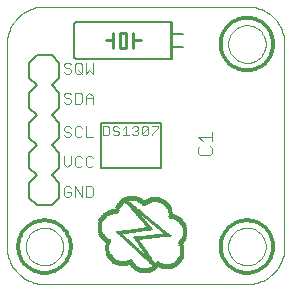
<source format=gto>
G75*
G70*
%OFA0B0*%
%FSLAX24Y24*%
%IPPOS*%
%LPD*%
%AMOC8*
5,1,8,0,0,1.08239X$1,22.5*
%
%ADD10C,0.0000*%
%ADD11C,0.0030*%
%ADD12C,0.0120*%
%ADD13R,0.0130X0.0010*%
%ADD14R,0.0260X0.0010*%
%ADD15R,0.0330X0.0010*%
%ADD16R,0.0390X0.0010*%
%ADD17R,0.0450X0.0010*%
%ADD18R,0.0490X0.0010*%
%ADD19R,0.0530X0.0010*%
%ADD20R,0.0570X0.0010*%
%ADD21R,0.0610X0.0010*%
%ADD22R,0.0640X0.0010*%
%ADD23R,0.0670X0.0010*%
%ADD24R,0.0690X0.0010*%
%ADD25R,0.0730X0.0010*%
%ADD26R,0.0750X0.0010*%
%ADD27R,0.0770X0.0010*%
%ADD28R,0.0210X0.0010*%
%ADD29R,0.0320X0.0010*%
%ADD30R,0.0290X0.0010*%
%ADD31R,0.0370X0.0010*%
%ADD32R,0.0270X0.0010*%
%ADD33R,0.0420X0.0010*%
%ADD34R,0.0250X0.0010*%
%ADD35R,0.0460X0.0010*%
%ADD36R,0.0240X0.0010*%
%ADD37R,0.0520X0.0010*%
%ADD38R,0.0230X0.0010*%
%ADD39R,0.0550X0.0010*%
%ADD40R,0.0220X0.0010*%
%ADD41R,0.0800X0.0010*%
%ADD42R,0.0200X0.0010*%
%ADD43R,0.0190X0.0010*%
%ADD44R,0.0810X0.0010*%
%ADD45R,0.0280X0.0010*%
%ADD46R,0.0840X0.0010*%
%ADD47R,0.0360X0.0010*%
%ADD48R,0.0860X0.0010*%
%ADD49R,0.0880X0.0010*%
%ADD50R,0.0470X0.0010*%
%ADD51R,0.0350X0.0010*%
%ADD52R,0.0650X0.0010*%
%ADD53R,0.0310X0.0010*%
%ADD54R,0.0660X0.0010*%
%ADD55R,0.0410X0.0010*%
%ADD56R,0.0680X0.0010*%
%ADD57R,0.0700X0.0010*%
%ADD58R,0.0180X0.0010*%
%ADD59R,0.0170X0.0010*%
%ADD60R,0.0140X0.0010*%
%ADD61R,0.0110X0.0010*%
%ADD62R,0.0720X0.0010*%
%ADD63R,0.0090X0.0010*%
%ADD64R,0.0040X0.0010*%
%ADD65R,0.0160X0.0010*%
%ADD66R,0.0100X0.0010*%
%ADD67R,0.0050X0.0010*%
%ADD68R,0.0150X0.0010*%
%ADD69R,0.0120X0.0010*%
%ADD70R,0.0380X0.0010*%
%ADD71R,0.0590X0.0010*%
%ADD72R,0.0890X0.0010*%
%ADD73R,0.0970X0.0010*%
%ADD74R,0.0940X0.0010*%
%ADD75R,0.0740X0.0010*%
%ADD76R,0.0620X0.0010*%
%ADD77R,0.0510X0.0010*%
%ADD78R,0.0400X0.0010*%
%ADD79R,0.0500X0.0010*%
%ADD80R,0.0580X0.0010*%
%ADD81R,0.0760X0.0010*%
%ADD82R,0.0430X0.0010*%
%ADD83R,0.0340X0.0010*%
%ADD84R,0.0080X0.0010*%
%ADD85R,0.0440X0.0010*%
%ADD86R,0.0300X0.0010*%
%ADD87R,0.0980X0.0010*%
%ADD88R,0.1000X0.0010*%
%ADD89R,0.0630X0.0010*%
%ADD90R,0.0600X0.0010*%
%ADD91R,0.0560X0.0010*%
%ADD92R,0.0480X0.0010*%
%ADD93C,0.0050*%
%ADD94C,0.0040*%
%ADD95C,0.0100*%
%ADD96C,0.0060*%
%ADD97C,0.0025*%
%ADD98C,0.0080*%
D10*
X000680Y001930D02*
X000680Y008680D01*
X000682Y008748D01*
X000687Y008815D01*
X000696Y008882D01*
X000709Y008949D01*
X000726Y009014D01*
X000745Y009079D01*
X000769Y009143D01*
X000796Y009205D01*
X000826Y009266D01*
X000859Y009324D01*
X000895Y009381D01*
X000935Y009436D01*
X000977Y009489D01*
X001023Y009540D01*
X001070Y009587D01*
X001121Y009633D01*
X001174Y009675D01*
X001229Y009715D01*
X001286Y009751D01*
X001344Y009784D01*
X001405Y009814D01*
X001467Y009841D01*
X001531Y009865D01*
X001596Y009884D01*
X001661Y009901D01*
X001728Y009914D01*
X001795Y009923D01*
X001862Y009928D01*
X001930Y009930D01*
X008680Y009930D01*
X008748Y009928D01*
X008815Y009923D01*
X008882Y009914D01*
X008949Y009901D01*
X009014Y009884D01*
X009079Y009865D01*
X009143Y009841D01*
X009205Y009814D01*
X009266Y009784D01*
X009324Y009751D01*
X009381Y009715D01*
X009436Y009675D01*
X009489Y009633D01*
X009540Y009587D01*
X009587Y009540D01*
X009633Y009489D01*
X009675Y009436D01*
X009715Y009381D01*
X009751Y009324D01*
X009784Y009266D01*
X009814Y009205D01*
X009841Y009143D01*
X009865Y009079D01*
X009884Y009014D01*
X009901Y008949D01*
X009914Y008882D01*
X009923Y008815D01*
X009928Y008748D01*
X009930Y008680D01*
X009930Y001930D01*
X009928Y001862D01*
X009923Y001795D01*
X009914Y001728D01*
X009901Y001661D01*
X009884Y001596D01*
X009865Y001531D01*
X009841Y001467D01*
X009814Y001405D01*
X009784Y001344D01*
X009751Y001286D01*
X009715Y001229D01*
X009675Y001174D01*
X009633Y001121D01*
X009587Y001070D01*
X009540Y001023D01*
X009489Y000977D01*
X009436Y000935D01*
X009381Y000895D01*
X009324Y000859D01*
X009266Y000826D01*
X009205Y000796D01*
X009143Y000769D01*
X009079Y000745D01*
X009014Y000726D01*
X008949Y000709D01*
X008882Y000696D01*
X008815Y000687D01*
X008748Y000682D01*
X008680Y000680D01*
X001930Y000680D01*
X001862Y000682D01*
X001795Y000687D01*
X001728Y000696D01*
X001661Y000709D01*
X001596Y000726D01*
X001531Y000745D01*
X001467Y000769D01*
X001405Y000796D01*
X001344Y000826D01*
X001286Y000859D01*
X001229Y000895D01*
X001174Y000935D01*
X001121Y000977D01*
X001070Y001023D01*
X001023Y001070D01*
X000977Y001121D01*
X000935Y001174D01*
X000895Y001229D01*
X000859Y001286D01*
X000826Y001344D01*
X000796Y001405D01*
X000769Y001467D01*
X000745Y001531D01*
X000726Y001596D01*
X000709Y001661D01*
X000696Y001728D01*
X000687Y001795D01*
X000682Y001862D01*
X000680Y001930D01*
X001305Y001930D02*
X001307Y001980D01*
X001313Y002029D01*
X001323Y002078D01*
X001336Y002125D01*
X001354Y002172D01*
X001375Y002217D01*
X001399Y002260D01*
X001427Y002301D01*
X001458Y002340D01*
X001492Y002376D01*
X001529Y002410D01*
X001569Y002440D01*
X001610Y002467D01*
X001654Y002491D01*
X001699Y002511D01*
X001746Y002527D01*
X001794Y002540D01*
X001843Y002549D01*
X001893Y002554D01*
X001942Y002555D01*
X001992Y002552D01*
X002041Y002545D01*
X002090Y002534D01*
X002137Y002520D01*
X002183Y002501D01*
X002228Y002479D01*
X002271Y002454D01*
X002311Y002425D01*
X002349Y002393D01*
X002385Y002359D01*
X002418Y002321D01*
X002447Y002281D01*
X002473Y002239D01*
X002496Y002195D01*
X002515Y002149D01*
X002531Y002102D01*
X002543Y002053D01*
X002551Y002004D01*
X002555Y001955D01*
X002555Y001905D01*
X002551Y001856D01*
X002543Y001807D01*
X002531Y001758D01*
X002515Y001711D01*
X002496Y001665D01*
X002473Y001621D01*
X002447Y001579D01*
X002418Y001539D01*
X002385Y001501D01*
X002349Y001467D01*
X002311Y001435D01*
X002271Y001406D01*
X002228Y001381D01*
X002183Y001359D01*
X002137Y001340D01*
X002090Y001326D01*
X002041Y001315D01*
X001992Y001308D01*
X001942Y001305D01*
X001893Y001306D01*
X001843Y001311D01*
X001794Y001320D01*
X001746Y001333D01*
X001699Y001349D01*
X001654Y001369D01*
X001610Y001393D01*
X001569Y001420D01*
X001529Y001450D01*
X001492Y001484D01*
X001458Y001520D01*
X001427Y001559D01*
X001399Y001600D01*
X001375Y001643D01*
X001354Y001688D01*
X001336Y001735D01*
X001323Y001782D01*
X001313Y001831D01*
X001307Y001880D01*
X001305Y001930D01*
X008055Y001930D02*
X008057Y001980D01*
X008063Y002029D01*
X008073Y002078D01*
X008086Y002125D01*
X008104Y002172D01*
X008125Y002217D01*
X008149Y002260D01*
X008177Y002301D01*
X008208Y002340D01*
X008242Y002376D01*
X008279Y002410D01*
X008319Y002440D01*
X008360Y002467D01*
X008404Y002491D01*
X008449Y002511D01*
X008496Y002527D01*
X008544Y002540D01*
X008593Y002549D01*
X008643Y002554D01*
X008692Y002555D01*
X008742Y002552D01*
X008791Y002545D01*
X008840Y002534D01*
X008887Y002520D01*
X008933Y002501D01*
X008978Y002479D01*
X009021Y002454D01*
X009061Y002425D01*
X009099Y002393D01*
X009135Y002359D01*
X009168Y002321D01*
X009197Y002281D01*
X009223Y002239D01*
X009246Y002195D01*
X009265Y002149D01*
X009281Y002102D01*
X009293Y002053D01*
X009301Y002004D01*
X009305Y001955D01*
X009305Y001905D01*
X009301Y001856D01*
X009293Y001807D01*
X009281Y001758D01*
X009265Y001711D01*
X009246Y001665D01*
X009223Y001621D01*
X009197Y001579D01*
X009168Y001539D01*
X009135Y001501D01*
X009099Y001467D01*
X009061Y001435D01*
X009021Y001406D01*
X008978Y001381D01*
X008933Y001359D01*
X008887Y001340D01*
X008840Y001326D01*
X008791Y001315D01*
X008742Y001308D01*
X008692Y001305D01*
X008643Y001306D01*
X008593Y001311D01*
X008544Y001320D01*
X008496Y001333D01*
X008449Y001349D01*
X008404Y001369D01*
X008360Y001393D01*
X008319Y001420D01*
X008279Y001450D01*
X008242Y001484D01*
X008208Y001520D01*
X008177Y001559D01*
X008149Y001600D01*
X008125Y001643D01*
X008104Y001688D01*
X008086Y001735D01*
X008073Y001782D01*
X008063Y001831D01*
X008057Y001880D01*
X008055Y001930D01*
X008055Y008680D02*
X008057Y008730D01*
X008063Y008779D01*
X008073Y008828D01*
X008086Y008875D01*
X008104Y008922D01*
X008125Y008967D01*
X008149Y009010D01*
X008177Y009051D01*
X008208Y009090D01*
X008242Y009126D01*
X008279Y009160D01*
X008319Y009190D01*
X008360Y009217D01*
X008404Y009241D01*
X008449Y009261D01*
X008496Y009277D01*
X008544Y009290D01*
X008593Y009299D01*
X008643Y009304D01*
X008692Y009305D01*
X008742Y009302D01*
X008791Y009295D01*
X008840Y009284D01*
X008887Y009270D01*
X008933Y009251D01*
X008978Y009229D01*
X009021Y009204D01*
X009061Y009175D01*
X009099Y009143D01*
X009135Y009109D01*
X009168Y009071D01*
X009197Y009031D01*
X009223Y008989D01*
X009246Y008945D01*
X009265Y008899D01*
X009281Y008852D01*
X009293Y008803D01*
X009301Y008754D01*
X009305Y008705D01*
X009305Y008655D01*
X009301Y008606D01*
X009293Y008557D01*
X009281Y008508D01*
X009265Y008461D01*
X009246Y008415D01*
X009223Y008371D01*
X009197Y008329D01*
X009168Y008289D01*
X009135Y008251D01*
X009099Y008217D01*
X009061Y008185D01*
X009021Y008156D01*
X008978Y008131D01*
X008933Y008109D01*
X008887Y008090D01*
X008840Y008076D01*
X008791Y008065D01*
X008742Y008058D01*
X008692Y008055D01*
X008643Y008056D01*
X008593Y008061D01*
X008544Y008070D01*
X008496Y008083D01*
X008449Y008099D01*
X008404Y008119D01*
X008360Y008143D01*
X008319Y008170D01*
X008279Y008200D01*
X008242Y008234D01*
X008208Y008270D01*
X008177Y008309D01*
X008149Y008350D01*
X008125Y008393D01*
X008104Y008438D01*
X008086Y008485D01*
X008073Y008532D01*
X008063Y008581D01*
X008057Y008630D01*
X008055Y008680D01*
D11*
X003554Y008065D02*
X003554Y007695D01*
X003430Y007818D01*
X003307Y007695D01*
X003307Y008065D01*
X003185Y008004D02*
X003185Y007757D01*
X003123Y007695D01*
X003000Y007695D01*
X002938Y007757D01*
X002938Y008004D01*
X003000Y008065D01*
X003123Y008065D01*
X003185Y008004D01*
X003062Y007818D02*
X003185Y007695D01*
X002817Y007757D02*
X002755Y007695D01*
X002632Y007695D01*
X002570Y007757D01*
X002632Y007880D02*
X002755Y007880D01*
X002817Y007818D01*
X002817Y007757D01*
X002632Y007880D02*
X002570Y007942D01*
X002570Y008004D01*
X002632Y008065D01*
X002755Y008065D01*
X002817Y008004D01*
X002755Y007065D02*
X002632Y007065D01*
X002570Y007004D01*
X002570Y006942D01*
X002632Y006880D01*
X002755Y006880D01*
X002817Y006818D01*
X002817Y006757D01*
X002755Y006695D01*
X002632Y006695D01*
X002570Y006757D01*
X002817Y007004D02*
X002755Y007065D01*
X002938Y007065D02*
X003123Y007065D01*
X003185Y007004D01*
X003185Y006757D01*
X003123Y006695D01*
X002938Y006695D01*
X002938Y007065D01*
X003307Y006942D02*
X003307Y006695D01*
X003307Y006880D02*
X003554Y006880D01*
X003554Y006942D02*
X003554Y006695D01*
X003554Y006942D02*
X003430Y007065D01*
X003307Y006942D01*
X003307Y005940D02*
X003307Y005570D01*
X003554Y005570D01*
X003185Y005632D02*
X003123Y005570D01*
X003000Y005570D01*
X002938Y005632D01*
X002938Y005879D01*
X003000Y005940D01*
X003123Y005940D01*
X003185Y005879D01*
X002817Y005879D02*
X002755Y005940D01*
X002632Y005940D01*
X002570Y005879D01*
X002570Y005817D01*
X002632Y005755D01*
X002755Y005755D01*
X002817Y005693D01*
X002817Y005632D01*
X002755Y005570D01*
X002632Y005570D01*
X002570Y005632D01*
X002570Y004940D02*
X002570Y004693D01*
X002693Y004570D01*
X002817Y004693D01*
X002817Y004940D01*
X002938Y004879D02*
X002938Y004632D01*
X003000Y004570D01*
X003123Y004570D01*
X003185Y004632D01*
X003307Y004632D02*
X003368Y004570D01*
X003492Y004570D01*
X003554Y004632D01*
X003554Y004879D02*
X003492Y004940D01*
X003368Y004940D01*
X003307Y004879D01*
X003307Y004632D01*
X003185Y004879D02*
X003123Y004940D01*
X003000Y004940D01*
X002938Y004879D01*
X002938Y003940D02*
X003185Y003570D01*
X003185Y003940D01*
X003307Y003940D02*
X003492Y003940D01*
X003554Y003879D01*
X003554Y003632D01*
X003492Y003570D01*
X003307Y003570D01*
X003307Y003940D01*
X002938Y003940D02*
X002938Y003570D01*
X002817Y003632D02*
X002817Y003755D01*
X002693Y003755D01*
X002570Y003632D02*
X002632Y003570D01*
X002755Y003570D01*
X002817Y003632D01*
X002817Y003879D02*
X002755Y003940D01*
X002632Y003940D01*
X002570Y003879D01*
X002570Y003632D01*
D12*
X001930Y002805D02*
X001872Y002803D01*
X001813Y002797D01*
X001756Y002787D01*
X001699Y002774D01*
X001643Y002757D01*
X001588Y002736D01*
X001535Y002711D01*
X001484Y002683D01*
X001435Y002651D01*
X001388Y002617D01*
X001343Y002579D01*
X001301Y002538D01*
X001262Y002495D01*
X001226Y002449D01*
X001192Y002401D01*
X001163Y002351D01*
X001136Y002298D01*
X001113Y002244D01*
X001094Y002189D01*
X001079Y002133D01*
X001067Y002076D01*
X001059Y002018D01*
X001055Y001959D01*
X001055Y001901D01*
X001059Y001842D01*
X001067Y001784D01*
X001079Y001727D01*
X001094Y001671D01*
X001113Y001616D01*
X001136Y001562D01*
X001163Y001509D01*
X001192Y001459D01*
X001226Y001411D01*
X001262Y001365D01*
X001301Y001322D01*
X001343Y001281D01*
X001388Y001243D01*
X001435Y001209D01*
X001484Y001177D01*
X001535Y001149D01*
X001588Y001124D01*
X001643Y001103D01*
X001699Y001086D01*
X001756Y001073D01*
X001813Y001063D01*
X001872Y001057D01*
X001930Y001055D01*
X001988Y001057D01*
X002047Y001063D01*
X002104Y001073D01*
X002161Y001086D01*
X002217Y001103D01*
X002272Y001124D01*
X002325Y001149D01*
X002376Y001177D01*
X002425Y001209D01*
X002472Y001243D01*
X002517Y001281D01*
X002559Y001322D01*
X002598Y001365D01*
X002634Y001411D01*
X002668Y001459D01*
X002697Y001509D01*
X002724Y001562D01*
X002747Y001616D01*
X002766Y001671D01*
X002781Y001727D01*
X002793Y001784D01*
X002801Y001842D01*
X002805Y001901D01*
X002805Y001959D01*
X002801Y002018D01*
X002793Y002076D01*
X002781Y002133D01*
X002766Y002189D01*
X002747Y002244D01*
X002724Y002298D01*
X002697Y002351D01*
X002668Y002401D01*
X002634Y002449D01*
X002598Y002495D01*
X002559Y002538D01*
X002517Y002579D01*
X002472Y002617D01*
X002425Y002651D01*
X002376Y002683D01*
X002325Y002711D01*
X002272Y002736D01*
X002217Y002757D01*
X002161Y002774D01*
X002104Y002787D01*
X002047Y002797D01*
X001988Y002803D01*
X001930Y002805D01*
X008680Y002805D02*
X008622Y002803D01*
X008563Y002797D01*
X008506Y002787D01*
X008449Y002774D01*
X008393Y002757D01*
X008338Y002736D01*
X008285Y002711D01*
X008234Y002683D01*
X008185Y002651D01*
X008138Y002617D01*
X008093Y002579D01*
X008051Y002538D01*
X008012Y002495D01*
X007976Y002449D01*
X007942Y002401D01*
X007913Y002351D01*
X007886Y002298D01*
X007863Y002244D01*
X007844Y002189D01*
X007829Y002133D01*
X007817Y002076D01*
X007809Y002018D01*
X007805Y001959D01*
X007805Y001901D01*
X007809Y001842D01*
X007817Y001784D01*
X007829Y001727D01*
X007844Y001671D01*
X007863Y001616D01*
X007886Y001562D01*
X007913Y001509D01*
X007942Y001459D01*
X007976Y001411D01*
X008012Y001365D01*
X008051Y001322D01*
X008093Y001281D01*
X008138Y001243D01*
X008185Y001209D01*
X008234Y001177D01*
X008285Y001149D01*
X008338Y001124D01*
X008393Y001103D01*
X008449Y001086D01*
X008506Y001073D01*
X008563Y001063D01*
X008622Y001057D01*
X008680Y001055D01*
X008738Y001057D01*
X008797Y001063D01*
X008854Y001073D01*
X008911Y001086D01*
X008967Y001103D01*
X009022Y001124D01*
X009075Y001149D01*
X009126Y001177D01*
X009175Y001209D01*
X009222Y001243D01*
X009267Y001281D01*
X009309Y001322D01*
X009348Y001365D01*
X009384Y001411D01*
X009418Y001459D01*
X009447Y001509D01*
X009474Y001562D01*
X009497Y001616D01*
X009516Y001671D01*
X009531Y001727D01*
X009543Y001784D01*
X009551Y001842D01*
X009555Y001901D01*
X009555Y001959D01*
X009551Y002018D01*
X009543Y002076D01*
X009531Y002133D01*
X009516Y002189D01*
X009497Y002244D01*
X009474Y002298D01*
X009447Y002351D01*
X009418Y002401D01*
X009384Y002449D01*
X009348Y002495D01*
X009309Y002538D01*
X009267Y002579D01*
X009222Y002617D01*
X009175Y002651D01*
X009126Y002683D01*
X009075Y002711D01*
X009022Y002736D01*
X008967Y002757D01*
X008911Y002774D01*
X008854Y002787D01*
X008797Y002797D01*
X008738Y002803D01*
X008680Y002805D01*
X008680Y007805D02*
X008622Y007807D01*
X008563Y007813D01*
X008506Y007823D01*
X008449Y007836D01*
X008393Y007853D01*
X008338Y007874D01*
X008285Y007899D01*
X008234Y007927D01*
X008185Y007959D01*
X008138Y007993D01*
X008093Y008031D01*
X008051Y008072D01*
X008012Y008115D01*
X007976Y008161D01*
X007942Y008209D01*
X007913Y008259D01*
X007886Y008312D01*
X007863Y008366D01*
X007844Y008421D01*
X007829Y008477D01*
X007817Y008534D01*
X007809Y008592D01*
X007805Y008651D01*
X007805Y008709D01*
X007809Y008768D01*
X007817Y008826D01*
X007829Y008883D01*
X007844Y008939D01*
X007863Y008994D01*
X007886Y009048D01*
X007913Y009101D01*
X007942Y009151D01*
X007976Y009199D01*
X008012Y009245D01*
X008051Y009288D01*
X008093Y009329D01*
X008138Y009367D01*
X008185Y009401D01*
X008234Y009433D01*
X008285Y009461D01*
X008338Y009486D01*
X008393Y009507D01*
X008449Y009524D01*
X008506Y009537D01*
X008563Y009547D01*
X008622Y009553D01*
X008680Y009555D01*
X008738Y009553D01*
X008797Y009547D01*
X008854Y009537D01*
X008911Y009524D01*
X008967Y009507D01*
X009022Y009486D01*
X009075Y009461D01*
X009126Y009433D01*
X009175Y009401D01*
X009222Y009367D01*
X009267Y009329D01*
X009309Y009288D01*
X009348Y009245D01*
X009384Y009199D01*
X009418Y009151D01*
X009447Y009101D01*
X009474Y009048D01*
X009497Y008994D01*
X009516Y008939D01*
X009531Y008883D01*
X009543Y008826D01*
X009551Y008768D01*
X009555Y008709D01*
X009555Y008651D01*
X009551Y008592D01*
X009543Y008534D01*
X009531Y008477D01*
X009516Y008421D01*
X009497Y008366D01*
X009474Y008312D01*
X009447Y008259D01*
X009418Y008209D01*
X009384Y008161D01*
X009348Y008115D01*
X009309Y008072D01*
X009267Y008031D01*
X009222Y007993D01*
X009175Y007959D01*
X009126Y007927D01*
X009075Y007899D01*
X009022Y007874D01*
X008967Y007853D01*
X008911Y007836D01*
X008854Y007823D01*
X008797Y007813D01*
X008738Y007807D01*
X008680Y007805D01*
D13*
X005050Y002985D03*
X005070Y002955D03*
X005080Y002945D03*
X005090Y002935D03*
X005100Y002925D03*
X005110Y002915D03*
X005120Y002905D03*
X005150Y002865D03*
X005160Y002855D03*
X005170Y002845D03*
X005180Y002835D03*
X005190Y002825D03*
X005200Y002815D03*
X005220Y002785D03*
X005230Y002775D03*
X005240Y002765D03*
X005250Y002755D03*
X005260Y002745D03*
X005270Y002735D03*
X005300Y002695D03*
X005310Y002685D03*
X005320Y002675D03*
X005330Y002665D03*
X005340Y002655D03*
X005370Y002615D03*
X005380Y002605D03*
X005390Y002595D03*
X005400Y002585D03*
X005410Y002575D03*
X005420Y002565D03*
X005030Y002125D03*
X005100Y002025D03*
X005120Y001995D03*
X005210Y001865D03*
X005230Y001835D03*
X005300Y001735D03*
X005320Y001705D03*
X004790Y001455D03*
X005270Y001035D03*
D14*
X005275Y001045D03*
X005575Y001215D03*
X005345Y001565D03*
X006295Y001345D03*
X006385Y002825D03*
X005925Y003375D03*
X005025Y003085D03*
X005015Y003095D03*
X005005Y003105D03*
X004995Y003115D03*
X004985Y003125D03*
X004865Y003585D03*
X004255Y001445D03*
D15*
X005040Y001185D03*
X005270Y001055D03*
X006330Y002845D03*
X006240Y002915D03*
X005850Y003405D03*
X004860Y003575D03*
D16*
X004860Y003565D03*
X004600Y003385D03*
X004230Y003095D03*
X005290Y003385D03*
X005650Y001345D03*
X005270Y001065D03*
D17*
X005270Y001075D03*
X004130Y003005D03*
X004190Y003055D03*
X004860Y003555D03*
D18*
X005290Y002505D03*
X005170Y002185D03*
X005270Y001085D03*
D19*
X005270Y001095D03*
X004860Y003535D03*
D20*
X004860Y003525D03*
X005260Y002495D03*
X005270Y001105D03*
D21*
X005270Y001115D03*
X004860Y003515D03*
D22*
X004865Y003505D03*
X004635Y001315D03*
X005275Y001125D03*
D23*
X005270Y001135D03*
X004590Y001345D03*
X004650Y002395D03*
X004860Y003495D03*
D24*
X005270Y001145D03*
D25*
X005270Y001155D03*
X004520Y001415D03*
X005190Y002475D03*
X004860Y003475D03*
D26*
X004860Y003465D03*
X004970Y002445D03*
X005120Y002465D03*
X004680Y002405D03*
X005270Y001165D03*
D27*
X005270Y001175D03*
X004860Y003455D03*
D28*
X004850Y003255D03*
X004860Y003245D03*
X004870Y003235D03*
X004490Y003365D03*
X004480Y003355D03*
X003930Y002925D03*
X003920Y002915D03*
X003910Y002905D03*
X004040Y002085D03*
X005270Y003335D03*
X005990Y003325D03*
X006000Y003315D03*
X006010Y003305D03*
X006390Y001415D03*
X006380Y001405D03*
X006370Y001395D03*
X006000Y001175D03*
D29*
X005505Y001185D03*
X004515Y002355D03*
X004045Y002995D03*
X004595Y003415D03*
X004625Y003445D03*
X005105Y003445D03*
X005625Y003535D03*
X005355Y002525D03*
D30*
X005120Y002995D03*
X005110Y003005D03*
X005100Y003015D03*
X005090Y003025D03*
X005080Y003035D03*
X004600Y003435D03*
X004290Y003135D03*
X004020Y002985D03*
X005010Y001195D03*
X005530Y001195D03*
X006000Y001185D03*
X005950Y002325D03*
X006220Y002935D03*
D31*
X006280Y002875D03*
X006290Y002865D03*
X006300Y002855D03*
X005630Y001355D03*
X006010Y001195D03*
X004240Y003105D03*
D32*
X004000Y002975D03*
X005040Y003075D03*
X005050Y003065D03*
X006210Y002945D03*
X005320Y001595D03*
X005330Y001585D03*
X005340Y001575D03*
X005560Y001205D03*
X004990Y001205D03*
D33*
X004545Y001305D03*
X005695Y001325D03*
X006005Y001205D03*
X004215Y003075D03*
D34*
X003980Y002965D03*
X003990Y002145D03*
X004000Y002135D03*
X004240Y001455D03*
X004970Y001215D03*
X005360Y001555D03*
X005370Y001545D03*
X005590Y001225D03*
X005390Y002535D03*
X004970Y003135D03*
X004960Y003145D03*
X005940Y003365D03*
X006200Y002955D03*
X006400Y002815D03*
D35*
X006005Y001215D03*
D36*
X006315Y001355D03*
X005395Y001515D03*
X005385Y001525D03*
X005375Y001535D03*
X004955Y001225D03*
X004755Y001425D03*
X004025Y002105D03*
X004015Y002115D03*
X004005Y002125D03*
X003975Y002155D03*
X004485Y002345D03*
X003965Y002955D03*
X004945Y003165D03*
X004955Y003155D03*
X005275Y003345D03*
X006415Y002805D03*
D37*
X005625Y003495D03*
X006005Y001225D03*
D38*
X006330Y001365D03*
X005600Y001235D03*
X005430Y001475D03*
X005420Y001485D03*
X005410Y001495D03*
X005400Y001505D03*
X004940Y001235D03*
X004220Y001465D03*
X004210Y001475D03*
X004030Y002095D03*
X003960Y002165D03*
X003950Y002175D03*
X003960Y002945D03*
X004320Y003145D03*
X004900Y003205D03*
X004910Y003195D03*
X004920Y003185D03*
X004930Y003175D03*
X005620Y003545D03*
X005950Y003355D03*
X006430Y002795D03*
D39*
X006010Y001235D03*
D40*
X006345Y001375D03*
X006355Y001385D03*
X005455Y001445D03*
X005445Y001455D03*
X005435Y001465D03*
X004925Y001245D03*
X004915Y001255D03*
X004195Y001485D03*
X004185Y001495D03*
X003935Y002185D03*
X003945Y002935D03*
X004505Y003375D03*
X004875Y003225D03*
X004885Y003215D03*
X005965Y003345D03*
X005975Y003335D03*
X006185Y002965D03*
X006445Y002785D03*
X006455Y002775D03*
D41*
X005305Y002215D03*
X005915Y001255D03*
X005905Y001245D03*
X005935Y001265D03*
D42*
X005485Y001415D03*
X005475Y001425D03*
X005465Y001435D03*
X004905Y001265D03*
X004895Y001275D03*
X004885Y001285D03*
X004175Y001505D03*
X004165Y001515D03*
X004155Y001525D03*
X004045Y002075D03*
X003925Y002195D03*
X003915Y002205D03*
X003905Y002215D03*
X003895Y002225D03*
X004835Y003265D03*
X004825Y003275D03*
X004815Y003285D03*
X004805Y003295D03*
X004475Y003345D03*
X004465Y003335D03*
X004455Y003325D03*
X006465Y002765D03*
X006475Y002755D03*
X006485Y002745D03*
X006495Y002735D03*
D43*
X006500Y002725D03*
X006510Y002715D03*
X006520Y002705D03*
X006170Y002975D03*
X006030Y003285D03*
X006020Y003295D03*
X005270Y003325D03*
X004790Y003305D03*
X004780Y003315D03*
X004450Y003315D03*
X004440Y003305D03*
X003900Y002895D03*
X003890Y002885D03*
X003880Y002875D03*
X003880Y002245D03*
X003890Y002235D03*
X004050Y002065D03*
X004130Y001555D03*
X004140Y001545D03*
X004150Y001535D03*
X004540Y001275D03*
X004770Y001435D03*
X004870Y001305D03*
X004880Y001295D03*
X005490Y001405D03*
X005500Y001395D03*
X005510Y001385D03*
X006400Y001425D03*
X006410Y001435D03*
X006420Y001445D03*
X006430Y001465D03*
X006480Y002045D03*
X006490Y002065D03*
X006500Y002075D03*
X006510Y002085D03*
X005990Y002335D03*
D44*
X005940Y001275D03*
D45*
X006285Y001335D03*
X005315Y001605D03*
X005085Y002165D03*
X004275Y001435D03*
X004545Y001285D03*
X005065Y003045D03*
X005055Y003055D03*
X005275Y003355D03*
X005905Y003385D03*
X006365Y002835D03*
D46*
X005735Y002275D03*
X005945Y001285D03*
D47*
X004545Y001295D03*
X006255Y002895D03*
X006265Y002885D03*
X004595Y003395D03*
D48*
X005945Y001295D03*
D49*
X005945Y001305D03*
D50*
X005730Y001315D03*
X004150Y003015D03*
X004160Y003025D03*
X004170Y003035D03*
X004180Y003045D03*
D51*
X006250Y002905D03*
X006230Y001315D03*
D52*
X004620Y001325D03*
D53*
X004300Y001425D03*
X004270Y003125D03*
X005280Y003365D03*
X006230Y002925D03*
X006260Y001325D03*
D54*
X005225Y002485D03*
X005625Y003455D03*
X004605Y001335D03*
D55*
X004550Y002365D03*
X004220Y003085D03*
X005320Y002515D03*
X005670Y001335D03*
D56*
X004575Y001355D03*
D57*
X004565Y001365D03*
X004555Y001375D03*
X004545Y001385D03*
X005265Y002205D03*
X005625Y003445D03*
X004865Y003485D03*
D58*
X004765Y003335D03*
X004775Y003325D03*
X004435Y003295D03*
X004425Y003285D03*
X003875Y002865D03*
X003865Y002855D03*
X003855Y002835D03*
X003845Y002825D03*
X003855Y002275D03*
X003865Y002265D03*
X003875Y002255D03*
X004115Y001575D03*
X004125Y001565D03*
X005035Y002155D03*
X005515Y001375D03*
X005525Y001365D03*
X006425Y001455D03*
X006435Y001475D03*
X006445Y001485D03*
X006475Y002035D03*
X006485Y002055D03*
X006515Y002095D03*
X006525Y002105D03*
X006525Y002115D03*
X006535Y002125D03*
X006545Y002665D03*
X006535Y002685D03*
X006525Y002695D03*
X006065Y003235D03*
X006055Y003245D03*
X006045Y003265D03*
X006035Y003275D03*
D59*
X006050Y003255D03*
X006070Y003225D03*
X006080Y003215D03*
X006080Y003205D03*
X006090Y003195D03*
X006540Y002675D03*
X006550Y002655D03*
X006560Y002645D03*
X006570Y002625D03*
X006570Y002185D03*
X006560Y002165D03*
X006550Y002145D03*
X006540Y002135D03*
X006470Y002025D03*
X006490Y001955D03*
X006480Y001545D03*
X006470Y001525D03*
X006460Y001505D03*
X006450Y001495D03*
X005720Y001365D03*
X004110Y001585D03*
X004100Y001595D03*
X004100Y001605D03*
X004090Y001615D03*
X004080Y001635D03*
X004070Y001655D03*
X004060Y002055D03*
X003850Y002285D03*
X003840Y002295D03*
X003840Y002305D03*
X003830Y002315D03*
X003830Y002325D03*
X003820Y002775D03*
X003830Y002795D03*
X003830Y002805D03*
X003840Y002815D03*
X003860Y002845D03*
X004380Y003205D03*
X004390Y003225D03*
X004400Y003245D03*
X004410Y003255D03*
X004410Y003265D03*
X004420Y003275D03*
X004720Y003375D03*
X004730Y003365D03*
X004740Y003355D03*
X004750Y003345D03*
X005270Y003315D03*
D60*
X005265Y003305D03*
X005055Y002975D03*
X005065Y002965D03*
X005125Y002895D03*
X005135Y002885D03*
X005145Y002875D03*
X005205Y002805D03*
X005215Y002795D03*
X005275Y002725D03*
X005285Y002715D03*
X005295Y002705D03*
X005345Y002645D03*
X005355Y002635D03*
X005365Y002625D03*
X005425Y002555D03*
X004835Y001985D03*
X004825Y001995D03*
X004715Y002095D03*
X004705Y002105D03*
X004605Y002195D03*
X004595Y002205D03*
X004585Y002215D03*
X004475Y002315D03*
X004465Y002325D03*
X004945Y001885D03*
X004955Y001875D03*
X005065Y001775D03*
X005075Y001765D03*
X005185Y001665D03*
X005195Y001655D03*
X005715Y001375D03*
X006525Y001695D03*
X006525Y001705D03*
X006525Y001825D03*
X006615Y002325D03*
X004025Y001905D03*
X004025Y001895D03*
X004025Y001885D03*
X004025Y001875D03*
X004025Y001835D03*
X004025Y001825D03*
X003775Y002625D03*
D61*
X005710Y001385D03*
D62*
X004535Y001395D03*
X004525Y001405D03*
D63*
X005710Y001395D03*
D64*
X005705Y001405D03*
D65*
X006465Y001515D03*
X006475Y001535D03*
X006485Y001555D03*
X006485Y001565D03*
X006495Y001575D03*
X006495Y001585D03*
X006505Y001605D03*
X006505Y001615D03*
X006515Y001645D03*
X006515Y001875D03*
X006505Y001915D03*
X006495Y001935D03*
X006495Y001945D03*
X006485Y001965D03*
X006485Y001975D03*
X006475Y001985D03*
X006475Y001995D03*
X006465Y002005D03*
X006465Y002015D03*
X006555Y002155D03*
X006565Y002175D03*
X006575Y002195D03*
X006575Y002205D03*
X006585Y002215D03*
X006585Y002225D03*
X006595Y002235D03*
X006595Y002245D03*
X006605Y002275D03*
X006595Y002555D03*
X006595Y002565D03*
X006585Y002585D03*
X006585Y002595D03*
X006575Y002605D03*
X006575Y002615D03*
X006565Y002635D03*
X006125Y003105D03*
X006115Y003125D03*
X006115Y003135D03*
X006105Y003155D03*
X006105Y003165D03*
X006095Y003175D03*
X006095Y003185D03*
X005585Y002675D03*
X005575Y002685D03*
X005595Y002665D03*
X005605Y002655D03*
X005625Y002645D03*
X005635Y002635D03*
X005645Y002625D03*
X005655Y002615D03*
X005675Y002605D03*
X005685Y002595D03*
X005695Y002585D03*
X005705Y002575D03*
X005735Y002555D03*
X005745Y002545D03*
X005755Y002535D03*
X005765Y002525D03*
X005785Y002515D03*
X005795Y002505D03*
X005805Y002495D03*
X005815Y002485D03*
X005845Y002465D03*
X005855Y002455D03*
X005865Y002445D03*
X005895Y002425D03*
X005905Y002415D03*
X005915Y002405D03*
X005925Y002395D03*
X005945Y002385D03*
X005955Y002375D03*
X005965Y002365D03*
X005975Y002355D03*
X005545Y002705D03*
X005535Y002715D03*
X005525Y002725D03*
X005515Y002735D03*
X005495Y002745D03*
X005485Y002755D03*
X005475Y002765D03*
X005465Y002775D03*
X005445Y002785D03*
X005435Y002795D03*
X005425Y002805D03*
X005415Y002815D03*
X005385Y002835D03*
X005375Y002845D03*
X005365Y002855D03*
X005355Y002865D03*
X005335Y002875D03*
X005325Y002885D03*
X005315Y002895D03*
X005305Y002905D03*
X005285Y002915D03*
X005275Y002925D03*
X005265Y002935D03*
X005255Y002945D03*
X005235Y002955D03*
X005225Y002965D03*
X005215Y002975D03*
X005205Y002985D03*
X005425Y002545D03*
X004455Y002335D03*
X004055Y002045D03*
X004055Y002035D03*
X004045Y002015D03*
X004045Y002005D03*
X004035Y001765D03*
X004045Y001725D03*
X004055Y001695D03*
X004055Y001685D03*
X004065Y001675D03*
X004065Y001665D03*
X004075Y001645D03*
X004085Y001625D03*
X004785Y001445D03*
X003825Y002335D03*
X003815Y002345D03*
X003815Y002355D03*
X003805Y002365D03*
X003805Y002375D03*
X003795Y002395D03*
X003795Y002405D03*
X003785Y002435D03*
X003795Y002715D03*
X003795Y002725D03*
X003805Y002735D03*
X003805Y002745D03*
X003815Y002765D03*
X003825Y002785D03*
X004365Y003165D03*
X004375Y003185D03*
X004375Y003195D03*
X004385Y003215D03*
X004395Y003235D03*
D66*
X005265Y003285D03*
X004795Y001465D03*
D67*
X004800Y001475D03*
D68*
X005050Y001785D03*
X005040Y001795D03*
X005030Y001805D03*
X005020Y001815D03*
X005010Y001825D03*
X005000Y001835D03*
X004990Y001845D03*
X004980Y001855D03*
X004970Y001865D03*
X004930Y001895D03*
X004920Y001905D03*
X004910Y001915D03*
X004900Y001925D03*
X004890Y001935D03*
X004880Y001945D03*
X004870Y001955D03*
X004860Y001965D03*
X004850Y001975D03*
X004810Y002005D03*
X004800Y002015D03*
X004790Y002025D03*
X004780Y002035D03*
X004770Y002045D03*
X004760Y002055D03*
X004750Y002065D03*
X004740Y002075D03*
X004730Y002085D03*
X004690Y002115D03*
X004680Y002125D03*
X004670Y002135D03*
X004660Y002145D03*
X004650Y002155D03*
X004640Y002165D03*
X004630Y002175D03*
X004620Y002185D03*
X004570Y002225D03*
X004560Y002235D03*
X004550Y002245D03*
X004540Y002255D03*
X004530Y002265D03*
X004520Y002275D03*
X004510Y002285D03*
X004500Y002295D03*
X004490Y002305D03*
X004050Y002025D03*
X004040Y001995D03*
X004040Y001985D03*
X004040Y001975D03*
X004030Y001965D03*
X004030Y001955D03*
X004030Y001945D03*
X004030Y001935D03*
X004030Y001925D03*
X004030Y001915D03*
X004020Y001865D03*
X004020Y001855D03*
X004020Y001845D03*
X004030Y001815D03*
X004030Y001805D03*
X004030Y001795D03*
X004030Y001785D03*
X004030Y001775D03*
X004040Y001755D03*
X004040Y001745D03*
X004040Y001735D03*
X004050Y001715D03*
X004050Y001705D03*
X003800Y002385D03*
X003790Y002415D03*
X003790Y002425D03*
X003780Y002445D03*
X003780Y002455D03*
X003780Y002465D03*
X003780Y002475D03*
X003780Y002485D03*
X003770Y002495D03*
X003770Y002505D03*
X003770Y002515D03*
X003770Y002525D03*
X003770Y002535D03*
X003770Y002545D03*
X003770Y002555D03*
X003770Y002565D03*
X003770Y002575D03*
X003770Y002585D03*
X003770Y002595D03*
X003770Y002605D03*
X003770Y002615D03*
X003780Y002635D03*
X003780Y002645D03*
X003780Y002655D03*
X003780Y002665D03*
X003780Y002675D03*
X003790Y002685D03*
X003790Y002695D03*
X003790Y002705D03*
X003810Y002755D03*
X004360Y003155D03*
X004370Y003175D03*
X004860Y003595D03*
X005400Y002825D03*
X005560Y002695D03*
X005720Y002565D03*
X005830Y002475D03*
X005880Y002435D03*
X005990Y002345D03*
X006500Y001925D03*
X006510Y001905D03*
X006510Y001895D03*
X006510Y001885D03*
X006520Y001865D03*
X006520Y001855D03*
X006520Y001845D03*
X006520Y001835D03*
X006530Y001815D03*
X006530Y001805D03*
X006530Y001795D03*
X006530Y001785D03*
X006530Y001775D03*
X006530Y001765D03*
X006530Y001755D03*
X006530Y001745D03*
X006530Y001735D03*
X006530Y001725D03*
X006530Y001715D03*
X006520Y001685D03*
X006520Y001675D03*
X006520Y001665D03*
X006520Y001655D03*
X006510Y001635D03*
X006510Y001625D03*
X006500Y001595D03*
X006600Y002255D03*
X006600Y002265D03*
X006610Y002285D03*
X006610Y002295D03*
X006610Y002305D03*
X006610Y002315D03*
X006620Y002335D03*
X006620Y002345D03*
X006620Y002355D03*
X006620Y002365D03*
X006620Y002375D03*
X006620Y002385D03*
X006620Y002395D03*
X006620Y002405D03*
X006620Y002415D03*
X006620Y002425D03*
X006620Y002435D03*
X006620Y002445D03*
X006620Y002455D03*
X006620Y002465D03*
X006620Y002475D03*
X006610Y002485D03*
X006610Y002495D03*
X006610Y002505D03*
X006610Y002515D03*
X006600Y002525D03*
X006600Y002535D03*
X006600Y002545D03*
X006590Y002575D03*
X006150Y002985D03*
X006140Y002995D03*
X006140Y003005D03*
X006140Y003015D03*
X006140Y003025D03*
X006140Y003035D03*
X006140Y003045D03*
X006140Y003055D03*
X006130Y003065D03*
X006130Y003075D03*
X006130Y003085D03*
X006130Y003095D03*
X006120Y003115D03*
X006110Y003145D03*
X005090Y001755D03*
X005100Y001745D03*
X005110Y001735D03*
X005120Y001725D03*
X005130Y001715D03*
X005140Y001705D03*
X005150Y001695D03*
X005160Y001685D03*
X005170Y001675D03*
X005210Y001645D03*
X005220Y001635D03*
X005230Y001625D03*
X005240Y001615D03*
D69*
X005345Y001665D03*
X005345Y001675D03*
X005335Y001685D03*
X005325Y001695D03*
X005315Y001715D03*
X005305Y001725D03*
X005295Y001745D03*
X005285Y001755D03*
X005275Y001765D03*
X005275Y001775D03*
X005265Y001785D03*
X005255Y001795D03*
X005255Y001805D03*
X005245Y001815D03*
X005235Y001825D03*
X005225Y001845D03*
X005215Y001855D03*
X005205Y001875D03*
X005195Y001885D03*
X005185Y001895D03*
X005185Y001905D03*
X005175Y001915D03*
X005165Y001925D03*
X005165Y001935D03*
X005155Y001945D03*
X005145Y001955D03*
X005145Y001965D03*
X005135Y001975D03*
X005125Y001985D03*
X005115Y002005D03*
X005105Y002015D03*
X005095Y002035D03*
X005085Y002045D03*
X005075Y002055D03*
X005075Y002065D03*
X005065Y002075D03*
X005055Y002085D03*
X005055Y002095D03*
X005045Y002105D03*
X005035Y002115D03*
X005025Y002135D03*
X005015Y002145D03*
X005355Y001655D03*
X005365Y001645D03*
X005365Y001635D03*
X005375Y001625D03*
X005385Y001615D03*
X005265Y003295D03*
D70*
X005625Y003525D03*
X005125Y002175D03*
D71*
X005220Y002195D03*
D72*
X005350Y002225D03*
D73*
X005420Y002235D03*
X005510Y002245D03*
X005600Y002255D03*
X005520Y003415D03*
D74*
X005695Y002265D03*
D75*
X005775Y002285D03*
D76*
X005825Y002295D03*
D77*
X005860Y002305D03*
X005310Y003405D03*
D78*
X005905Y002315D03*
D79*
X004585Y002375D03*
X004865Y003545D03*
D80*
X004615Y002385D03*
D81*
X004745Y002415D03*
X004825Y002425D03*
X004895Y002435D03*
X005045Y002455D03*
D82*
X004200Y003065D03*
X005620Y003515D03*
D83*
X005285Y003375D03*
X004595Y003405D03*
X004255Y003115D03*
D84*
X005265Y003275D03*
X005625Y003555D03*
D85*
X005295Y003395D03*
D86*
X005885Y003395D03*
X004595Y003425D03*
D87*
X005505Y003425D03*
D88*
X005485Y003435D03*
D89*
X005620Y003465D03*
D90*
X005625Y003475D03*
D91*
X005625Y003485D03*
D92*
X005625Y003505D03*
D93*
X005805Y004555D02*
X005805Y006055D01*
X003805Y006055D01*
X003805Y004555D01*
X005805Y004555D01*
X006178Y008191D02*
X003005Y008191D01*
X002988Y008192D01*
X002971Y008197D01*
X002956Y008204D01*
X002942Y008214D01*
X002930Y008226D01*
X002920Y008240D01*
X002913Y008255D01*
X002908Y008272D01*
X002907Y008289D01*
X002906Y008289D02*
X002906Y009321D01*
X002907Y009321D02*
X002908Y009338D01*
X002913Y009355D01*
X002920Y009370D01*
X002930Y009384D01*
X002942Y009396D01*
X002956Y009406D01*
X002971Y009413D01*
X002988Y009418D01*
X003005Y009419D01*
X006178Y009419D01*
X006178Y008191D01*
D94*
X005706Y005948D02*
X005499Y005948D01*
X005383Y005896D02*
X005177Y005689D01*
X005228Y005638D01*
X005332Y005638D01*
X005383Y005689D01*
X005383Y005896D01*
X005332Y005948D01*
X005228Y005948D01*
X005177Y005896D01*
X005177Y005689D01*
X005061Y005689D02*
X005061Y005741D01*
X005009Y005793D01*
X004958Y005793D01*
X005009Y005793D02*
X005061Y005844D01*
X005061Y005896D01*
X005009Y005948D01*
X004906Y005948D01*
X004854Y005896D01*
X004854Y005689D02*
X004906Y005638D01*
X005009Y005638D01*
X005061Y005689D01*
X004739Y005638D02*
X004532Y005638D01*
X004635Y005638D02*
X004635Y005948D01*
X004532Y005844D01*
X004417Y005896D02*
X004365Y005948D01*
X004261Y005948D01*
X004210Y005896D01*
X004210Y005844D01*
X004261Y005793D01*
X004365Y005793D01*
X004417Y005741D01*
X004417Y005689D01*
X004365Y005638D01*
X004261Y005638D01*
X004210Y005689D01*
X004094Y005689D02*
X004094Y005896D01*
X004043Y005948D01*
X003888Y005948D01*
X003888Y005638D01*
X004043Y005638D01*
X004094Y005689D01*
X005499Y005689D02*
X005499Y005638D01*
X005499Y005689D02*
X005706Y005896D01*
X005706Y005948D01*
X007050Y005589D02*
X007510Y005589D01*
X007510Y005742D02*
X007510Y005435D01*
X007433Y005282D02*
X007510Y005205D01*
X007510Y005052D01*
X007433Y004975D01*
X007126Y004975D01*
X007050Y005052D01*
X007050Y005205D01*
X007126Y005282D01*
X007203Y005435D02*
X007050Y005589D01*
D95*
X004887Y008553D02*
X004887Y009057D01*
X004643Y009057D02*
X004643Y008553D01*
X004446Y008553D01*
X004446Y009057D01*
X004643Y009057D01*
X004914Y008805D02*
X005158Y008805D01*
X004217Y008805D02*
X004217Y008557D01*
X004217Y008805D02*
X003973Y008805D01*
X004217Y008805D02*
X004217Y009053D01*
D96*
X006182Y009022D02*
X006556Y009022D01*
X006556Y008588D02*
X006182Y008588D01*
D97*
X006123Y008258D02*
X006125Y008247D01*
X006129Y008237D01*
X006136Y008229D01*
X006146Y008223D01*
X006156Y008219D01*
X006167Y008219D01*
X006123Y008258D02*
X006123Y009352D01*
X006125Y009363D01*
X006129Y009373D01*
X006137Y009382D01*
X006146Y009388D01*
X006157Y009391D01*
X006168Y009391D01*
D98*
X002430Y008055D02*
X002430Y007555D01*
X002180Y007305D01*
X002430Y007055D01*
X002430Y006555D01*
X002180Y006305D01*
X002430Y006055D01*
X002430Y005555D01*
X002180Y005305D01*
X002430Y005055D01*
X002430Y004555D01*
X002180Y004305D01*
X002430Y004055D01*
X002430Y003555D01*
X002180Y003305D01*
X001680Y003305D01*
X001430Y003555D01*
X001430Y004055D01*
X001680Y004305D01*
X001430Y004555D01*
X001430Y005055D01*
X001680Y005305D01*
X001430Y005555D01*
X001430Y006055D01*
X001680Y006305D01*
X001430Y006555D01*
X001430Y007055D01*
X001680Y007305D01*
X001430Y007555D01*
X001430Y008055D01*
X001680Y008305D01*
X002180Y008305D01*
X002430Y008055D01*
M02*

</source>
